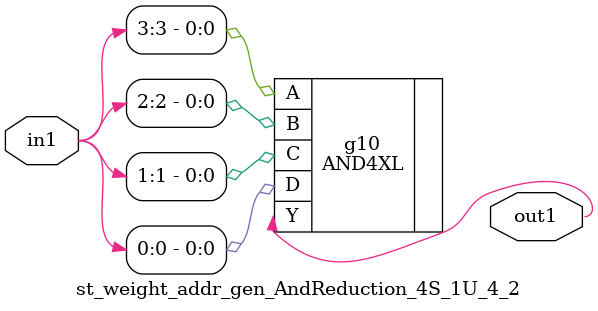
<source format=v>
`timescale 1ps / 1ps


module st_weight_addr_gen_AndReduction_4S_1U_4_2(in1, out1);
  input [3:0] in1;
  output out1;
  wire [3:0] in1;
  wire out1;
  AND4XL g10(.A (in1[3]), .B (in1[2]), .C (in1[1]), .D (in1[0]), .Y
       (out1));
endmodule



</source>
